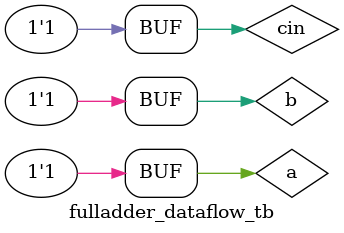
<source format=v>
`timescale 1ns / 1ps


module lab2_task4(
    input a, b, cin,
    output s, cout
    );
    
    assign s = (a ^ b ^ cin);
    assign cout = (a & b) | (cin & (a ^ b));
    
endmodule

module lab2_task4_part2(
    input [3:0] a, b,
    input cin,
    output [3:0] s,
    output cout
    );
    
    wire w1, w2, w3;
    
    lab2_task4 f1(a[0], b[0], cin, s[0], w1);
    lab2_task4 f2(a[1], b[1], w1, s[1], w2);
    lab2_task4 f3(a[2], b[2], w2, s[2], w3);
    lab2_task4 f4(a[3], b[3], w3, s[3], cout);
    
endmodule


`timescale 1ns / 1ps
//////////////////////////////////////////////////////////////////////////////////
// Module Name: fulladder_dataflow_tb
//////////////////////////////////////////////////////////////////////////////////

module fulladder_dataflow_tb(
    );
    
    reg a, b, cin;
	wire cout, s;
    
    lab2_task4_part2 DUT (.a(a), .b(b), .cin(cin), .cout(cout), .s(s));
    
 
    initial
    begin
      a = 0; b = 0; cin = 0;
	#10 a = 1;
	#10 b = 1; a = 0;
	#10 a = 1;
	#10 cin = 1; a = 0; b = 0;
	#10 a = 1;
	#10 b = 1; a = 0;
	#10 a = 1;
	#10;
    end

endmodule
</source>
